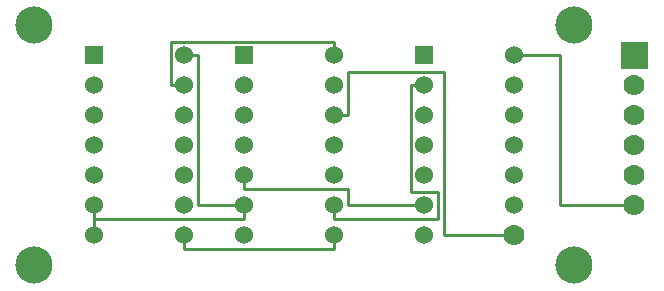
<source format=gbr>
G04 start of page 7 for group 5 idx 5 *
G04 Title: (unknown), bottom *
G04 Creator: pcb 20140316 *
G04 CreationDate: Sun 25 Jul 2021 09:28:08 PM GMT UTC *
G04 For: steve *
G04 Format: Gerber/RS-274X *
G04 PCB-Dimensions (mil): 2200.00 1000.00 *
G04 PCB-Coordinate-Origin: lower left *
%MOIN*%
%FSLAX25Y25*%
%LNBOTTOM*%
%ADD54C,0.0380*%
%ADD53C,0.0280*%
%ADD52C,0.0934*%
%ADD51C,0.1240*%
%ADD50C,0.0700*%
%ADD49C,0.0600*%
%ADD48C,0.0001*%
%ADD47C,0.0100*%
G54D47*X110000Y84500D02*Y80000D01*
Y84500D02*X55500D01*
Y70000D01*
X60000D02*X55500D01*
X64500Y80000D02*X60000D01*
X140000Y70000D02*X135500D01*
X64500Y80000D02*Y30000D01*
X146500Y74500D02*X114500D01*
Y60000D01*
X110000D01*
X114500Y35500D02*Y30000D01*
Y35500D02*X80000D01*
Y40000D02*Y35500D01*
X185200Y80000D02*X170000D01*
X185200D02*Y30000D01*
X210000D02*X185200D01*
X135500Y70000D02*Y34500D01*
X144500D02*X135500D01*
X144500D02*Y25500D01*
X170000Y20000D02*X146500D01*
Y74500D02*Y20000D01*
X80000Y30000D02*X64500D01*
X80000D02*Y25500D01*
X60000Y20000D02*Y15500D01*
X110000D02*X60000D01*
X30000Y30000D02*Y25500D01*
Y30000D02*Y20000D01*
X80000Y25500D02*X30000D01*
X144500D02*X110000D01*
Y20000D02*Y15500D01*
Y30000D02*Y25500D01*
X140000Y30000D02*X114500D01*
G54D48*G36*
X27000Y83000D02*Y77000D01*
X33000D01*
Y83000D01*
X27000D01*
G37*
G54D49*X60000Y80000D03*
G54D48*G36*
X77000Y83000D02*Y77000D01*
X83000D01*
Y83000D01*
X77000D01*
G37*
G54D49*X110000Y80000D03*
G54D48*G36*
X137000Y83000D02*Y77000D01*
X143000D01*
Y83000D01*
X137000D01*
G37*
G54D49*X30000Y70000D03*
X60000D03*
X80000D03*
X110000D03*
X140000D03*
X30000Y60000D03*
X60000D03*
X80000D03*
X110000D03*
X140000D03*
X170000D03*
Y70000D03*
Y80000D03*
G54D48*G36*
X205500Y84500D02*Y75500D01*
X214500D01*
Y84500D01*
X205500D01*
G37*
G54D50*X210000Y70000D03*
Y60000D03*
Y50000D03*
Y40000D03*
Y30000D03*
G54D49*X140000Y40000D03*
Y30000D03*
X170000D03*
Y40000D03*
X140000Y50000D03*
Y20000D03*
G54D50*X170000D03*
G54D49*Y50000D03*
X30000D03*
Y40000D03*
Y30000D03*
Y20000D03*
X60000D03*
Y30000D03*
Y40000D03*
Y50000D03*
X80000D03*
Y40000D03*
Y30000D03*
Y20000D03*
X110000D03*
Y30000D03*
Y40000D03*
Y50000D03*
G54D51*X190000Y10000D03*
Y90000D03*
X10000D03*
Y10000D03*
G54D52*G54D53*G54D54*G54D53*M02*

</source>
